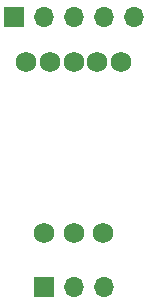
<source format=gbr>
%TF.GenerationSoftware,KiCad,Pcbnew,7.0.8*%
%TF.CreationDate,2024-09-17T00:43:06+09:00*%
%TF.ProjectId,____________,ddc6f3b7-e7e1-4fcb-9f09-dbfa7f2e6b69,rev?*%
%TF.SameCoordinates,Original*%
%TF.FileFunction,Soldermask,Bot*%
%TF.FilePolarity,Negative*%
%FSLAX46Y46*%
G04 Gerber Fmt 4.6, Leading zero omitted, Abs format (unit mm)*
G04 Created by KiCad (PCBNEW 7.0.8) date 2024-09-17 00:43:06*
%MOMM*%
%LPD*%
G01*
G04 APERTURE LIST*
%ADD10R,1.700000X1.700000*%
%ADD11O,1.700000X1.700000*%
%ADD12C,1.750000*%
G04 APERTURE END LIST*
D10*
%TO.C,J2*%
X74676000Y-81280000D03*
D11*
X77216000Y-81280000D03*
X79756000Y-81280000D03*
%TD*%
D10*
%TO.C,J1*%
X72136000Y-58420000D03*
D11*
X74676000Y-58420000D03*
X77216000Y-58420000D03*
X79756000Y-58420000D03*
X82296000Y-58420000D03*
%TD*%
D12*
%TO.C,ENC1*%
X79715000Y-76730000D03*
X77215000Y-76730000D03*
X74715000Y-76730000D03*
X81215000Y-62230000D03*
X79215000Y-62230000D03*
X77215000Y-62230000D03*
X75215000Y-62230000D03*
X73215000Y-62230000D03*
%TD*%
M02*

</source>
